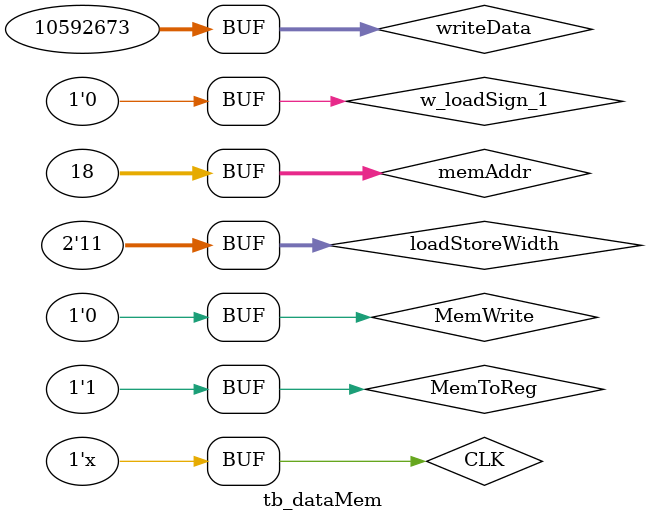
<source format=v>
`timescale 1ns / 1ps
`define clock_period 20

module tb_dataMem(
    );
    
    reg MemToReg; //Ñ¡Ôñ¶Á½á¹û£¬À´×ÔALU»¹ÊÇÊý¾Ý´æ´¢Æ÷
    reg MemWrite; //Ð´¿ØÖÆÐÅºÅ£¬Îª1Ê±Ð´
    reg [1:0]loadStoreWidth ;
    reg w_loadSign_1;
    reg CLK;
    reg [31:0] memAddr;  //²Ù×÷µÄµØÖ·
    reg [31:0] writeData;
    wire [31:0] writeBackData;  //Êý¾ÝÑ¡ÔñÆ÷×îÖÕÊä³ö½á¹û

    
    DataMEM test(
           MemToReg,MemWrite,loadStoreWidth,w_loadSign_1,CLK,memAddr,writeData,writeBackData
        );
      
      initial CLK =1'b1;
      always#(`clock_period/2) CLK=~CLK;  

initial begin
    #20   
   // writeBackData=memAddr=32'h13 ×Ö½Ú
    MemToReg = 1'b0;
    MemWrite = 1'b1;
    memAddr = 32'h13;
    writeData = 32'ha1;     //1010 0001
    loadStoreWidth =2'b00;

    #20
//¶Á    writeBackData=1010 0001  ×Ö½Ú
    MemToReg = 1'b1;
    MemWrite = 1'b0;
    memAddr = 32'h13;
    loadStoreWidth =2'b00;
    w_loadSign_1 =1'b0;

    #20   
   // writeBackData=memAddr=32'h11 °ë×Ö³¤
    MemToReg = 1'b0;
    MemWrite = 1'b1;
    memAddr = 32'h11;
    writeData = 32'ha1a1;     //1010 0001 1010 0001
    loadStoreWidth =2'b01;

    #20
//¶Á  writeBackData=1010 0001 1010 0001 £¨Ç°Ãæ²¹1£©
    MemToReg = 1'b1;
    MemWrite = 1'b0;
    memAddr = 32'h11;
    loadStoreWidth =2'b01;
    w_loadSign_1 =1'b1;

    #20   
   // writeBackData=memAddr=32'h12
    MemToReg = 1'b0;
    MemWrite = 1'b1;
    memAddr = 32'h12;
    writeData = 32'ha1a1a1;    
    loadStoreWidth =2'b11;

    #20
//¶Á   writeBackData=32'ha1a1a1
    MemToReg = 1'b1;
    MemWrite = 1'b0;
    memAddr = 32'h12;
    loadStoreWidth =2'b11;
    w_loadSign_1 =1'b0;
end

endmodule
</source>
